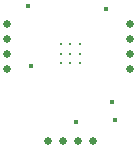
<source format=gbr>
%TF.GenerationSoftware,KiCad,Pcbnew,(6.0.9)*%
%TF.CreationDate,2023-01-19T16:04:18-06:00*%
%TF.ProjectId,LIS3MDL_DRV8833_Board,4c495333-4d44-44c5-9f44-525638383333,rev?*%
%TF.SameCoordinates,Original*%
%TF.FileFunction,Plated,1,2,PTH,Drill*%
%TF.FilePolarity,Positive*%
%FSLAX46Y46*%
G04 Gerber Fmt 4.6, Leading zero omitted, Abs format (unit mm)*
G04 Created by KiCad (PCBNEW (6.0.9)) date 2023-01-19 16:04:18*
%MOMM*%
%LPD*%
G01*
G04 APERTURE LIST*
%TA.AperFunction,ComponentDrill*%
%ADD10C,0.200000*%
%TD*%
%TA.AperFunction,ViaDrill*%
%ADD11C,0.400000*%
%TD*%
%TA.AperFunction,ComponentDrill*%
%ADD12C,0.650000*%
%TD*%
G04 APERTURE END LIST*
D10*
%TO.C,U2*%
X105372000Y-109436000D03*
X105372000Y-110236000D03*
X105372000Y-111036000D03*
X106172000Y-109436000D03*
X106172000Y-110236000D03*
X106172000Y-111036000D03*
X106972000Y-109436000D03*
X106972000Y-110236000D03*
X106972000Y-111036000D03*
%TD*%
D11*
X102616000Y-106172000D03*
X102870000Y-111252000D03*
X106650636Y-115996411D03*
X109220000Y-106426000D03*
X109728000Y-114300000D03*
X109931200Y-115824000D03*
D12*
%TO.C,J2*%
X100838000Y-107734000D03*
X100838000Y-109004000D03*
X100838000Y-110274000D03*
X100838000Y-111544000D03*
%TO.C,J1*%
X104272000Y-117602000D03*
X105542000Y-117602000D03*
X106812000Y-117602000D03*
X108082000Y-117602000D03*
%TO.C,J3*%
X111252000Y-107734000D03*
X111252000Y-109004000D03*
X111252000Y-110274000D03*
X111252000Y-111544000D03*
M02*

</source>
